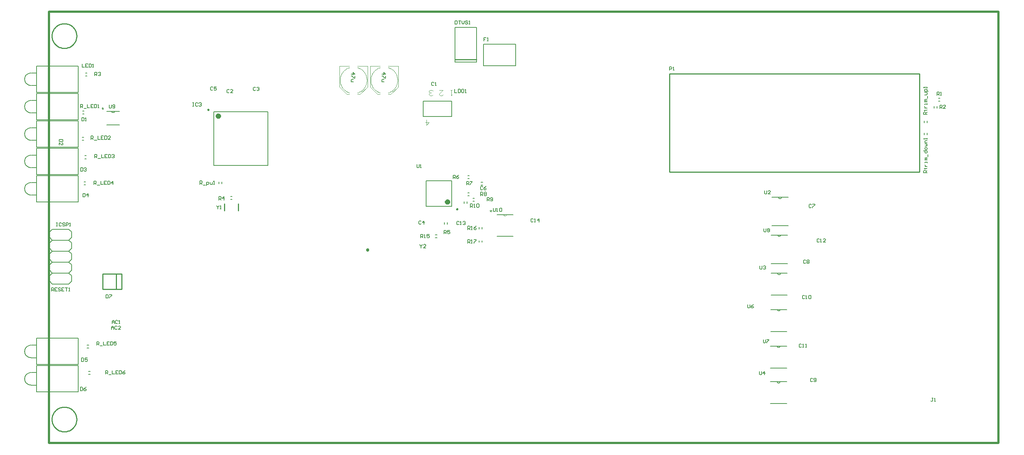
<source format=gto>
%FSTAX23Y23*%
%MOIN*%
%SFA1B1*%

%IPPOS*%
%ADD29C,0.020000*%
%ADD30C,0.012000*%
%ADD33C,0.010000*%
%ADD49C,0.000000*%
%ADD50C,0.006000*%
%ADD51C,0.009843*%
%ADD52C,0.023622*%
%ADD53C,0.005000*%
%ADD54C,0.004000*%
%ADD55C,0.007874*%
%ADD56C,0.009000*%
%ADD57C,0.008000*%
%ADD58C,0.005905*%
%ADD59C,0.003402*%
%LNeurocard_vme_3u_(3.937_x_8.660_inches)-1*%
%LPD*%
G36*
X04493Y09064D02*
Y09064D01*
Y09064*
Y09063*
X04493Y09063*
Y09063*
X04493Y09062*
X04493Y0906*
X04493Y09059*
X04493Y09057*
X04492Y09056*
X04492*
X04492Y09056*
X04493Y09056*
X04493Y09056*
X04493Y09056*
X04494Y09056*
X04495Y09057*
X04496Y09057*
X04497Y09058*
X04499Y09058*
X045Y09059*
X04502Y09054*
X04502*
X04502Y09054*
X04501Y09054*
X04501Y09054*
X04501Y09054*
X045Y09053*
X04499Y09053*
X04498Y09053*
X04497Y09053*
X04495Y09052*
X04493Y09052*
X04494Y09052*
X04494Y09052*
X04494Y09051*
X04495Y09051*
X04496Y0905*
X04497Y09049*
X04498Y09047*
X04499Y09047*
X04499Y09046*
X04495Y09043*
X04495Y09043*
X04495Y09043*
X04494Y09044*
X04494Y09045*
X04493Y09046*
X04492Y09047*
X04491Y09048*
X04491Y0905*
Y0905*
X0449Y0905*
X0449Y0905*
X0449Y09049*
X0449Y09049*
X0449Y09048*
X04489Y09047*
X04488Y09046*
X04488Y09045*
X04487Y09044*
X04486Y09043*
X04482Y09046*
X04482Y09046*
X04482Y09046*
X04483Y09046*
X04483Y09046*
X04483Y09047*
X04484Y09047*
X04484Y09048*
X04485Y09049*
X04486Y0905*
X04487Y09051*
X04487Y09052*
X04488Y09052*
X04488*
X04488Y09052*
X04487*
X04487Y09052*
X04487Y09052*
X04486Y09052*
X04485Y09053*
X04484Y09053*
X04482Y09053*
X04481Y09054*
X0448Y09054*
X04481Y09059*
X04481*
X04481Y09059*
X04482Y09059*
X04482Y09058*
X04482Y09058*
X04483Y09058*
X04484Y09058*
X04485Y09057*
X04487Y09057*
X04488Y09056*
X04488Y09056*
X04489Y09055*
Y09056*
Y09056*
X04489Y09056*
X04489Y09056*
Y09057*
X04489Y09058*
X04489Y09059*
X04488Y0906*
X04488Y09062*
X04488Y09063*
Y09063*
Y09064*
X04493*
Y09064*
G37*
G36*
X08033Y08129D02*
Y08129D01*
Y08129*
Y08128*
X08033Y08128*
Y08128*
X08033Y08127*
X08033Y08125*
X08033Y08124*
X08033Y08122*
X08032Y08121*
X08032*
X08032Y08121*
X08033Y08121*
X08033Y08121*
X08033Y08121*
X08034Y08121*
X08035Y08122*
X08036Y08122*
X08037Y08123*
X08039Y08123*
X0804Y08124*
X08042Y08119*
X08042*
X08042Y08119*
X08041Y08119*
X08041Y08119*
X08041Y08119*
X0804Y08118*
X08039Y08118*
X08038Y08118*
X08037Y08118*
X08035Y08117*
X08033Y08117*
X08034Y08117*
X08034Y08117*
X08034Y08116*
X08035Y08116*
X08036Y08115*
X08037Y08114*
X08038Y08112*
X08039Y08112*
X08039Y08111*
X08035Y08108*
X08035Y08108*
X08035Y08108*
X08034Y08109*
X08034Y0811*
X08033Y08111*
X08032Y08112*
X08031Y08113*
X08031Y08115*
Y08115*
X0803Y08115*
X0803Y08115*
X0803Y08114*
X0803Y08114*
X0803Y08113*
X08029Y08112*
X08028Y08111*
X08028Y0811*
X08027Y08109*
X08026Y08108*
X08022Y08111*
X08022Y08111*
X08022Y08111*
X08023Y08111*
X08023Y08111*
X08023Y08112*
X08024Y08112*
X08024Y08113*
X08025Y08114*
X08026Y08115*
X08027Y08116*
X08027Y08117*
X08028Y08117*
X08028*
X08028Y08117*
X08027*
X08027Y08117*
X08027Y08117*
X08026Y08117*
X08025Y08118*
X08024Y08118*
X08022Y08118*
X08021Y08119*
X0802Y08119*
X08021Y08124*
X08021*
X08021Y08124*
X08022Y08124*
X08022Y08123*
X08022Y08123*
X08023Y08123*
X08024Y08123*
X08025Y08122*
X08027Y08122*
X08028Y08121*
X08028Y08121*
X08029Y0812*
Y08121*
Y08121*
X08029Y08121*
X08029Y08121*
Y08122*
X08029Y08123*
X08029Y08124*
X08028Y08125*
X08028Y08127*
X08028Y08128*
Y08128*
Y08129*
X08033*
Y08129*
G37*
G54D29*
X04Y06D02*
Y09937D01*
X1266Y06D02*
Y09937D01*
X04D02*
X1266D01*
X04Y06D02*
X1266D01*
G54D30*
X06914Y07763D02*
D01*
X06914Y07763*
X06914Y07764*
X06914Y07764*
X06914Y07765*
X06914Y07765*
X06913Y07766*
X06913Y07766*
X06913Y07766*
X06913Y07767*
X06912Y07767*
X06912Y07768*
X06912Y07768*
X06911Y07768*
X06911Y07769*
X06911Y07769*
X0691Y07769*
X0691Y07769*
X06909Y07769*
X06909Y0777*
X06908Y0777*
X06908Y0777*
X06907Y0777*
X06907*
X06906Y0777*
X06906Y0777*
X06905Y0777*
X06905Y07769*
X06904Y07769*
X06904Y07769*
X06904Y07769*
X06903Y07769*
X06903Y07768*
X06902Y07768*
X06902Y07768*
X06902Y07767*
X06901Y07767*
X06901Y07766*
X06901Y07766*
X06901Y07766*
X069Y07765*
X069Y07765*
X069Y07764*
X069Y07764*
X069Y07763*
X069Y07763*
X069Y07762*
X069Y07762*
X069Y07761*
X069Y07761*
X069Y0776*
X06901Y0776*
X06901Y07759*
X06901Y07759*
X06901Y07759*
X06902Y07758*
X06902Y07758*
X06902Y07757*
X06903Y07757*
X06903Y07757*
X06904Y07757*
X06904Y07756*
X06904Y07756*
X06905Y07756*
X06905Y07756*
X06906Y07756*
X06906Y07756*
X06907Y07756*
X06907*
X06908Y07756*
X06908Y07756*
X06909Y07756*
X06909Y07756*
X0691Y07756*
X0691Y07756*
X06911Y07757*
X06911Y07757*
X06911Y07757*
X06912Y07757*
X06912Y07758*
X06912Y07758*
X06913Y07759*
X06913Y07759*
X06913Y07759*
X06913Y0776*
X06914Y0776*
X06914Y07761*
X06914Y07761*
X06914Y07762*
X06914Y07762*
X06914Y07763*
G54D33*
X04252Y09717D02*
D01*
X04252Y09724*
X04251Y09732*
X0425Y0974*
X04248Y09748*
X04245Y09755*
X04242Y09762*
X04239Y09769*
X04235Y09776*
X04231Y09783*
X04226Y09789*
X0422Y09795*
X04215Y098*
X04209Y09805*
X04202Y0981*
X04196Y09814*
X04189Y09818*
X04182Y09821*
X04174Y09823*
X04167Y09826*
X04159Y09827*
X04151Y09828*
X04143Y09829*
X04136*
X04128Y09828*
X0412Y09827*
X04112Y09826*
X04105Y09823*
X04097Y09821*
X0409Y09818*
X04083Y09814*
X04077Y0981*
X0407Y09805*
X04064Y098*
X04059Y09795*
X04053Y09789*
X04048Y09783*
X04044Y09776*
X0404Y09769*
X04037Y09762*
X04034Y09755*
X04031Y09748*
X04029Y0974*
X04028Y09732*
X04027Y09724*
X04027Y09717*
X04027Y09709*
X04028Y09701*
X04029Y09693*
X04031Y09685*
X04034Y09678*
X04037Y09671*
X0404Y09664*
X04044Y09657*
X04048Y0965*
X04053Y09644*
X04059Y09638*
X04064Y09633*
X0407Y09628*
X04077Y09623*
X04083Y09619*
X0409Y09615*
X04097Y09612*
X04105Y0961*
X04112Y09607*
X0412Y09606*
X04128Y09605*
X04136Y09604*
X04143*
X04151Y09605*
X04159Y09606*
X04167Y09607*
X04174Y0961*
X04182Y09612*
X04189Y09615*
X04196Y09619*
X04202Y09623*
X04209Y09628*
X04215Y09633*
X0422Y09638*
X04226Y09644*
X04231Y0965*
X04235Y09657*
X04239Y09664*
X04242Y09671*
X04245Y09678*
X04248Y09685*
X0425Y09693*
X04251Y09701*
X04252Y09709*
X04252Y09717*
Y06217D02*
D01*
X04252Y06224*
X04251Y06232*
X0425Y0624*
X04248Y06248*
X04245Y06255*
X04242Y06262*
X04239Y06269*
X04235Y06276*
X04231Y06283*
X04226Y06289*
X0422Y06295*
X04215Y063*
X04209Y06305*
X04202Y0631*
X04196Y06314*
X04189Y06318*
X04182Y06321*
X04174Y06323*
X04167Y06326*
X04159Y06327*
X04151Y06328*
X04143Y06329*
X04136*
X04128Y06328*
X0412Y06327*
X04112Y06326*
X04105Y06323*
X04097Y06321*
X0409Y06318*
X04083Y06314*
X04077Y0631*
X0407Y06305*
X04064Y063*
X04059Y06295*
X04053Y06289*
X04048Y06283*
X04044Y06276*
X0404Y06269*
X04037Y06262*
X04034Y06255*
X04031Y06248*
X04029Y0624*
X04028Y06232*
X04027Y06224*
X04027Y06217*
X04027Y06209*
X04028Y06201*
X04029Y06193*
X04031Y06185*
X04034Y06178*
X04037Y06171*
X0404Y06164*
X04044Y06157*
X04048Y0615*
X04053Y06144*
X04059Y06138*
X04064Y06133*
X0407Y06128*
X04077Y06123*
X04083Y06119*
X0409Y06115*
X04097Y06112*
X04105Y0611*
X04112Y06107*
X0412Y06106*
X04128Y06105*
X04136Y06104*
X04143*
X04151Y06105*
X04159Y06106*
X04167Y06107*
X04174Y0611*
X04182Y06112*
X04189Y06115*
X04196Y06119*
X04202Y06123*
X04209Y06128*
X04215Y06133*
X0422Y06138*
X04226Y06144*
X04231Y0615*
X04235Y06157*
X04239Y06164*
X04242Y06171*
X04245Y06178*
X04248Y06185*
X0425Y06193*
X04251Y06201*
X04252Y06209*
X04252Y06217*
X04663Y07404D02*
Y07544D01*
X0449D02*
X0466D01*
X0449Y07404D02*
Y07544D01*
X04493Y07403D02*
X04663D01*
X04612D02*
Y07544D01*
X0966Y08474D02*
Y09371D01*
X11939*
Y08474D02*
Y09371D01*
X0966Y08474D02*
X11939D01*
X07703Y09502D02*
X079D01*
G54D49*
X08148Y08085D02*
D01*
X08148Y08084*
X08148Y08083*
X08148Y08082*
X08148Y08081*
X08148Y0808*
X08149Y0808*
X08149Y08079*
X08149Y08078*
X0815Y08077*
X0815Y08077*
X08151Y08076*
X08151Y08076*
X08152Y08075*
X08153Y08075*
X08154Y08074*
X08154Y08074*
X08155Y08073*
X08156Y08073*
X08157Y08073*
X08157Y08073*
X08158Y08073*
X08159Y08073*
X0816*
X08161Y08073*
X08162Y08073*
X08162Y08073*
X08163Y08073*
X08164Y08073*
X08165Y08074*
X08166Y08074*
X08166Y08075*
X08167Y08075*
X08168Y08076*
X08168Y08076*
X08169Y08077*
X08169Y08077*
X0817Y08078*
X0817Y08079*
X0817Y0808*
X08171Y0808*
X08171Y08081*
X08171Y08082*
X08171Y08083*
X08171Y08084*
X08172Y08085*
G54D50*
X04573Y09029D02*
D01*
X04573Y09028*
X04573Y09027*
X04573Y09026*
X04573Y09025*
X04573Y09024*
X04574Y09024*
X04574Y09023*
X04574Y09022*
X04575Y09021*
X04575Y09021*
X04576Y0902*
X04576Y0902*
X04577Y09019*
X04578Y09019*
X04579Y09018*
X04579Y09018*
X0458Y09017*
X04581Y09017*
X04582Y09017*
X04582Y09017*
X04583Y09017*
X04584Y09017*
X04585*
X04586Y09017*
X04587Y09017*
X04587Y09017*
X04588Y09017*
X04589Y09017*
X0459Y09018*
X04591Y09018*
X04591Y09019*
X04592Y09019*
X04593Y0902*
X04593Y0902*
X04594Y09021*
X04594Y09021*
X04595Y09022*
X04595Y09023*
X04595Y09024*
X04596Y09024*
X04596Y09025*
X04596Y09026*
X04596Y09027*
X04596Y09028*
X04597Y09029*
X10649Y07899D02*
D01*
X10649Y07898*
X10649Y07897*
X10649Y07896*
X10649Y07895*
X10649Y07894*
X1065Y07894*
X1065Y07893*
X1065Y07892*
X10651Y07891*
X10651Y07891*
X10652Y0789*
X10652Y0789*
X10653Y07889*
X10654Y07889*
X10655Y07888*
X10655Y07888*
X10656Y07887*
X10657Y07887*
X10658Y07887*
X10658Y07887*
X10659Y07887*
X1066Y07887*
X10661*
X10662Y07887*
X10663Y07887*
X10663Y07887*
X10664Y07887*
X10665Y07887*
X10666Y07888*
X10667Y07888*
X10667Y07889*
X10668Y07889*
X10669Y0789*
X10669Y0789*
X1067Y07891*
X1067Y07891*
X10671Y07892*
X10671Y07893*
X10671Y07894*
X10672Y07894*
X10672Y07895*
X10672Y07896*
X10672Y07897*
X10672Y07898*
X10673Y07899*
X10656Y08244D02*
D01*
X10656Y08243*
X10656Y08242*
X10656Y08241*
X10656Y0824*
X10656Y08239*
X10657Y08239*
X10657Y08238*
X10657Y08237*
X10658Y08236*
X10658Y08236*
X10659Y08235*
X10659Y08235*
X1066Y08234*
X10661Y08234*
X10662Y08233*
X10662Y08233*
X10663Y08232*
X10664Y08232*
X10665Y08232*
X10665Y08232*
X10666Y08232*
X10667Y08232*
X10668*
X10669Y08232*
X1067Y08232*
X1067Y08232*
X10671Y08232*
X10672Y08232*
X10673Y08233*
X10674Y08233*
X10674Y08234*
X10675Y08234*
X10676Y08235*
X10676Y08235*
X10677Y08236*
X10677Y08236*
X10678Y08237*
X10678Y08238*
X10678Y08239*
X10679Y08239*
X10679Y0824*
X10679Y08241*
X10679Y08242*
X10679Y08243*
X1068Y08244*
X10648Y0755D02*
D01*
X10648Y07549*
X10648Y07548*
X10648Y07547*
X10648Y07546*
X10648Y07545*
X10649Y07545*
X10649Y07544*
X10649Y07543*
X1065Y07542*
X1065Y07542*
X10651Y07541*
X10651Y07541*
X10652Y0754*
X10653Y0754*
X10654Y07539*
X10654Y07539*
X10655Y07538*
X10656Y07538*
X10657Y07538*
X10657Y07538*
X10658Y07538*
X10659Y07538*
X1066*
X10661Y07538*
X10662Y07538*
X10662Y07538*
X10663Y07538*
X10664Y07538*
X10665Y07539*
X10666Y07539*
X10666Y0754*
X10667Y0754*
X10668Y07541*
X10668Y07541*
X10669Y07542*
X10669Y07542*
X1067Y07543*
X1067Y07544*
X1067Y07545*
X10671Y07545*
X10671Y07546*
X10671Y07547*
X10671Y07548*
X10671Y07549*
X10672Y0755*
X10645Y07219D02*
D01*
X10645Y07218*
X10645Y07217*
X10645Y07216*
X10645Y07215*
X10645Y07214*
X10646Y07214*
X10646Y07213*
X10646Y07212*
X10647Y07211*
X10647Y07211*
X10648Y0721*
X10648Y0721*
X10649Y07209*
X1065Y07209*
X10651Y07208*
X10651Y07208*
X10652Y07207*
X10653Y07207*
X10654Y07207*
X10654Y07207*
X10655Y07207*
X10656Y07207*
X10657*
X10658Y07207*
X10659Y07207*
X10659Y07207*
X1066Y07207*
X10661Y07207*
X10662Y07208*
X10663Y07208*
X10663Y07209*
X10664Y07209*
X10665Y0721*
X10665Y0721*
X10666Y07211*
X10666Y07211*
X10667Y07212*
X10667Y07213*
X10667Y07214*
X10668Y07214*
X10668Y07215*
X10668Y07216*
X10668Y07217*
X10668Y07218*
X10669Y07219*
X10643Y0656D02*
D01*
X10643Y06559*
X10643Y06558*
X10643Y06557*
X10643Y06556*
X10643Y06555*
X10644Y06555*
X10644Y06554*
X10644Y06553*
X10645Y06552*
X10645Y06552*
X10646Y06551*
X10646Y06551*
X10647Y0655*
X10648Y0655*
X10649Y06549*
X10649Y06549*
X1065Y06548*
X10651Y06548*
X10652Y06548*
X10652Y06548*
X10653Y06548*
X10654Y06548*
X10655*
X10656Y06548*
X10657Y06548*
X10657Y06548*
X10658Y06548*
X10659Y06548*
X1066Y06549*
X10661Y06549*
X10661Y0655*
X10662Y0655*
X10663Y06551*
X10663Y06551*
X10664Y06552*
X10664Y06552*
X10665Y06553*
X10665Y06554*
X10665Y06555*
X10666Y06555*
X10666Y06556*
X10666Y06557*
X10666Y06558*
X10666Y06559*
X10667Y0656*
X10643Y06886D02*
D01*
X10643Y06885*
X10643Y06884*
X10643Y06883*
X10643Y06882*
X10643Y06881*
X10644Y06881*
X10644Y0688*
X10644Y06879*
X10645Y06878*
X10645Y06878*
X10646Y06877*
X10646Y06877*
X10647Y06876*
X10648Y06876*
X10649Y06875*
X10649Y06875*
X1065Y06874*
X10651Y06874*
X10652Y06874*
X10652Y06874*
X10653Y06874*
X10654Y06874*
X10655*
X10656Y06874*
X10657Y06874*
X10657Y06874*
X10658Y06874*
X10659Y06874*
X1066Y06875*
X10661Y06875*
X10661Y06876*
X10662Y06876*
X10663Y06877*
X10663Y06877*
X10664Y06878*
X10664Y06878*
X10665Y06879*
X10665Y0688*
X10665Y06881*
X10666Y06881*
X10666Y06882*
X10666Y06883*
X10666Y06884*
X10666Y06885*
X10667Y06886*
X08086Y07889D02*
X08234D01*
X08172Y08085D02*
X08234D01*
X08148D02*
X08172D01*
X08086D02*
X08148D01*
X04528Y09029D02*
X04573D01*
X04597*
X04642*
X04528Y08905D02*
X04642D01*
X10585Y07639D02*
X10737D01*
X10673Y07899D02*
X10737D01*
X10649D02*
X10673D01*
X10585D02*
X10649D01*
X0403Y07952D02*
X0418D01*
X04205Y07877D02*
Y07927D01*
X04005D02*
X0403Y07952D01*
X04005Y07877D02*
Y07927D01*
Y07877D02*
X0403Y07852D01*
X0418Y07952D02*
X04205Y07927D01*
X0418Y07852D02*
X04205Y07877D01*
X0403Y07852D02*
X0418D01*
X0403Y07752D02*
X0418D01*
X04205Y07777*
X0418Y07852D02*
X04205Y07827D01*
X04005Y07777D02*
X0403Y07752D01*
X04005Y07777D02*
Y07827D01*
X0403Y07852*
X04205Y07777D02*
Y07827D01*
X0403Y07852D02*
X0418D01*
X0403Y07752D02*
X0418D01*
X04205Y07677D02*
Y07727D01*
X04005D02*
X0403Y07752D01*
X04005Y07677D02*
Y07727D01*
Y07677D02*
X0403Y07652D01*
X0418Y07752D02*
X04205Y07727D01*
X0418Y07652D02*
X04205Y07677D01*
Y07477D02*
Y07527D01*
Y07577D02*
Y07627D01*
X0403Y07652D02*
X0418D01*
X0403Y07552D02*
X0418D01*
X04005Y07627D02*
X0403Y07652D01*
X04005Y07577D02*
Y07627D01*
Y07577D02*
X0403Y07552D01*
X04005Y07527D02*
X0403Y07552D01*
X04005Y07477D02*
Y07527D01*
Y07477D02*
X0403Y07452D01*
X0418*
Y07652D02*
X04205Y07627D01*
X0418Y07552D02*
X04205Y07577D01*
X0418Y07552D02*
X04205Y07527D01*
X0418Y07452D02*
X04205Y07477D01*
X10592Y07984D02*
X10744D01*
X1068Y08244D02*
X10744D01*
X10656D02*
X1068D01*
X10592D02*
X10656D01*
X10586Y0735D02*
X10734D01*
X10672Y0755D02*
X10734D01*
X10648D02*
X10672D01*
X10586D02*
X10648D01*
X10583Y07019D02*
X10731D01*
X10669Y07219D02*
X10731D01*
X10645D02*
X10669D01*
X10583D02*
X10645D01*
X10581Y0636D02*
X10729D01*
X10667Y0656D02*
X10729D01*
X10643D02*
X10667D01*
X10581D02*
X10643D01*
X10581Y06686D02*
X10729D01*
X10667Y06886D02*
X10729D01*
X10643D02*
X10667D01*
X10581D02*
X10643D01*
G54D51*
X07727Y08136D02*
D01*
X07727Y08136*
X07727Y08136*
X07727Y08137*
X07727Y08137*
X07726Y08137*
X07726Y08138*
X07726Y08138*
X07726Y08138*
X07726Y08139*
X07726Y08139*
X07725Y08139*
X07725Y08139*
X07725Y0814*
X07725Y0814*
X07724Y0814*
X07724Y0814*
X07724Y0814*
X07723Y0814*
X07723Y08141*
X07723Y08141*
X07722Y08141*
X07722Y08141*
X07722*
X07721Y08141*
X07721Y08141*
X07721Y08141*
X0772Y0814*
X0772Y0814*
X0772Y0814*
X07719Y0814*
X07719Y0814*
X07719Y0814*
X07719Y08139*
X07718Y08139*
X07718Y08139*
X07718Y08139*
X07718Y08138*
X07718Y08138*
X07717Y08138*
X07717Y08137*
X07717Y08137*
X07717Y08137*
X07717Y08136*
X07717Y08136*
X07717Y08136*
X07717Y08135*
X07717Y08135*
X07717Y08135*
X07717Y08134*
X07717Y08134*
X07717Y08134*
X07718Y08133*
X07718Y08133*
X07718Y08133*
X07718Y08133*
X07718Y08132*
X07719Y08132*
X07719Y08132*
X07719Y08132*
X07719Y08132*
X0772Y08131*
X0772Y08131*
X0772Y08131*
X07721Y08131*
X07721Y08131*
X07721Y08131*
X07722Y08131*
X07722*
X07722Y08131*
X07723Y08131*
X07723Y08131*
X07723Y08131*
X07724Y08131*
X07724Y08131*
X07724Y08132*
X07725Y08132*
X07725Y08132*
X07725Y08132*
X07725Y08132*
X07726Y08133*
X07726Y08133*
X07726Y08133*
X07726Y08133*
X07726Y08134*
X07726Y08134*
X07727Y08134*
X07727Y08135*
X07727Y08135*
X07727Y08135*
X07727Y08136*
X05457Y09043D02*
D01*
X05457Y09044*
X05457Y09044*
X05457Y09044*
X05457Y09045*
X05457Y09045*
X05457Y09045*
X05457Y09046*
X05456Y09046*
X05456Y09046*
X05456Y09046*
X05456Y09047*
X05456Y09047*
X05455Y09047*
X05455Y09047*
X05455Y09048*
X05454Y09048*
X05454Y09048*
X05454Y09048*
X05453Y09048*
X05453Y09048*
X05453Y09048*
X05452Y09048*
X05452*
X05452Y09048*
X05451Y09048*
X05451Y09048*
X05451Y09048*
X0545Y09048*
X0545Y09048*
X0545Y09048*
X0545Y09047*
X05449Y09047*
X05449Y09047*
X05449Y09047*
X05448Y09046*
X05448Y09046*
X05448Y09046*
X05448Y09046*
X05448Y09045*
X05448Y09045*
X05448Y09045*
X05447Y09044*
X05447Y09044*
X05447Y09044*
X05447Y09043*
X05447Y09043*
X05447Y09043*
X05447Y09042*
X05448Y09042*
X05448Y09042*
X05448Y09041*
X05448Y09041*
X05448Y09041*
X05448Y0904*
X05448Y0904*
X05449Y0904*
X05449Y0904*
X05449Y09039*
X0545Y09039*
X0545Y09039*
X0545Y09039*
X0545Y09039*
X05451Y09039*
X05451Y09039*
X05451Y09038*
X05452Y09038*
X05452Y09038*
X05452*
X05453Y09038*
X05453Y09038*
X05453Y09039*
X05454Y09039*
X05454Y09039*
X05454Y09039*
X05455Y09039*
X05455Y09039*
X05455Y09039*
X05456Y0904*
X05456Y0904*
X05456Y0904*
X05456Y0904*
X05456Y09041*
X05457Y09041*
X05457Y09041*
X05457Y09042*
X05457Y09042*
X05457Y09042*
X05457Y09043*
X05457Y09043*
X05457Y09043*
G54D52*
X07645Y08202D02*
D01*
X07645Y08203*
X07645Y08203*
X07645Y08204*
X07645Y08205*
X07644Y08206*
X07644Y08207*
X07644Y08207*
X07643Y08208*
X07643Y08209*
X07642Y08209*
X07642Y0821*
X07641Y08211*
X07641Y08211*
X0764Y08212*
X07639Y08212*
X07638Y08212*
X07638Y08213*
X07637Y08213*
X07636Y08213*
X07635Y08213*
X07635Y08213*
X07634Y08214*
X07633*
X07632Y08213*
X07631Y08213*
X0763Y08213*
X0763Y08213*
X07629Y08213*
X07628Y08212*
X07627Y08212*
X07627Y08212*
X07626Y08211*
X07625Y08211*
X07625Y0821*
X07624Y08209*
X07624Y08209*
X07623Y08208*
X07623Y08207*
X07622Y08207*
X07622Y08206*
X07622Y08205*
X07622Y08204*
X07622Y08203*
X07621Y08203*
X07621Y08202*
X07621Y08201*
X07622Y082*
X07622Y08199*
X07622Y08198*
X07622Y08198*
X07622Y08197*
X07623Y08196*
X07623Y08195*
X07624Y08195*
X07624Y08194*
X07625Y08194*
X07625Y08193*
X07626Y08192*
X07627Y08192*
X07627Y08191*
X07628Y08191*
X07629Y08191*
X0763Y0819*
X0763Y0819*
X07631Y0819*
X07632Y0819*
X07633Y0819*
X07634*
X07635Y0819*
X07635Y0819*
X07636Y0819*
X07637Y0819*
X07638Y08191*
X07638Y08191*
X07639Y08191*
X0764Y08192*
X07641Y08192*
X07641Y08193*
X07642Y08194*
X07642Y08194*
X07643Y08195*
X07643Y08195*
X07644Y08196*
X07644Y08197*
X07644Y08198*
X07645Y08198*
X07645Y08199*
X07645Y082*
X07645Y08201*
X07645Y08202*
X05555Y08986D02*
D01*
X05555Y08987*
X05555Y08988*
X05554Y08989*
X05554Y08989*
X05554Y0899*
X05554Y08991*
X05553Y08992*
X05553Y08992*
X05552Y08993*
X05552Y08994*
X05551Y08994*
X05551Y08995*
X0555Y08996*
X05549Y08996*
X05549Y08996*
X05548Y08997*
X05547Y08997*
X05546Y08997*
X05546Y08998*
X05545Y08998*
X05544Y08998*
X05543Y08998*
X05542*
X05542Y08998*
X05541Y08998*
X0554Y08998*
X05539Y08997*
X05538Y08997*
X05538Y08997*
X05537Y08996*
X05536Y08996*
X05536Y08996*
X05535Y08995*
X05534Y08994*
X05534Y08994*
X05533Y08993*
X05533Y08992*
X05532Y08992*
X05532Y08991*
X05532Y0899*
X05531Y08989*
X05531Y08989*
X05531Y08988*
X05531Y08987*
X05531Y08986*
X05531Y08985*
X05531Y08985*
X05531Y08984*
X05531Y08983*
X05532Y08982*
X05532Y08981*
X05532Y08981*
X05533Y0898*
X05533Y08979*
X05534Y08979*
X05534Y08978*
X05535Y08977*
X05536Y08977*
X05536Y08976*
X05537Y08976*
X05538Y08976*
X05538Y08975*
X05539Y08975*
X0554Y08975*
X05541Y08975*
X05542Y08974*
X05542Y08974*
X05543*
X05544Y08974*
X05545Y08975*
X05546Y08975*
X05546Y08975*
X05547Y08975*
X05548Y08976*
X05549Y08976*
X05549Y08976*
X0555Y08977*
X05551Y08977*
X05551Y08978*
X05552Y08979*
X05552Y08979*
X05553Y0898*
X05553Y08981*
X05554Y08981*
X05554Y08982*
X05554Y08983*
X05554Y08984*
X05555Y08985*
X05555Y08985*
X05555Y08986*
G54D53*
X03836Y08629D02*
D01*
X03832Y08628*
X03828Y08628*
X03824Y08627*
X0382Y08626*
X03816Y08625*
X03812Y08624*
X03809Y08622*
X03805Y0862*
X03802Y08618*
X03799Y08615*
X03796Y08613*
X03793Y0861*
X03791Y08607*
X03788Y08603*
X03786Y086*
X03784Y08597*
X03783Y08593*
X03781Y08589*
X0378Y08585*
X03779Y08581*
X03779Y08577*
X03778Y08573*
Y0857*
X03779Y08566*
X03779Y08562*
X0378Y08558*
X03781Y08554*
X03783Y0855*
X03784Y08546*
X03786Y08543*
X03788Y0854*
X03791Y08536*
X03793Y08533*
X03796Y0853*
X03799Y08528*
X03802Y08525*
X03805Y08523*
X03809Y08521*
X03812Y08519*
X03816Y08518*
X0382Y08517*
X03824Y08516*
X03828Y08515*
X03832Y08515*
X03836Y08514*
Y09379D02*
D01*
X03832Y09378*
X03828Y09378*
X03824Y09377*
X0382Y09376*
X03816Y09375*
X03812Y09374*
X03809Y09372*
X03805Y0937*
X03802Y09368*
X03799Y09365*
X03796Y09363*
X03793Y0936*
X03791Y09357*
X03788Y09353*
X03786Y0935*
X03784Y09347*
X03783Y09343*
X03781Y09339*
X0378Y09335*
X03779Y09331*
X03779Y09327*
X03778Y09323*
Y0932*
X03779Y09316*
X03779Y09312*
X0378Y09308*
X03781Y09304*
X03783Y093*
X03784Y09296*
X03786Y09293*
X03788Y0929*
X03791Y09286*
X03793Y09283*
X03796Y0928*
X03799Y09278*
X03802Y09275*
X03805Y09273*
X03809Y09271*
X03812Y09269*
X03816Y09268*
X0382Y09267*
X03824Y09266*
X03828Y09265*
X03832Y09265*
X03836Y09264*
Y06894D02*
D01*
X03832Y06893*
X03828Y06893*
X03824Y06892*
X0382Y06891*
X03816Y0689*
X03812Y06889*
X03809Y06887*
X03805Y06885*
X03802Y06883*
X03799Y0688*
X03796Y06878*
X03793Y06875*
X03791Y06872*
X03788Y06868*
X03786Y06865*
X03784Y06862*
X03783Y06858*
X03781Y06854*
X0378Y0685*
X03779Y06846*
X03779Y06842*
X03778Y06838*
Y06835*
X03779Y06831*
X03779Y06827*
X0378Y06823*
X03781Y06819*
X03783Y06815*
X03784Y06811*
X03786Y06808*
X03788Y06805*
X03791Y06801*
X03793Y06798*
X03796Y06795*
X03799Y06793*
X03802Y0679*
X03805Y06788*
X03809Y06786*
X03812Y06784*
X03816Y06783*
X0382Y06782*
X03824Y06781*
X03828Y0678*
X03832Y0678*
X03836Y06779*
Y06644D02*
D01*
X03832Y06643*
X03828Y06643*
X03824Y06642*
X0382Y06641*
X03816Y0664*
X03812Y06639*
X03809Y06637*
X03805Y06635*
X03802Y06633*
X03799Y0663*
X03796Y06628*
X03793Y06625*
X03791Y06622*
X03788Y06618*
X03786Y06615*
X03784Y06612*
X03783Y06608*
X03781Y06604*
X0378Y066*
X03779Y06596*
X03779Y06592*
X03778Y06588*
Y06585*
X03779Y06581*
X03779Y06577*
X0378Y06573*
X03781Y06569*
X03783Y06565*
X03784Y06561*
X03786Y06558*
X03788Y06555*
X03791Y06551*
X03793Y06548*
X03796Y06545*
X03799Y06543*
X03802Y0654*
X03805Y06538*
X03809Y06536*
X03812Y06534*
X03816Y06533*
X0382Y06532*
X03824Y06531*
X03828Y0653*
X03832Y0653*
X03836Y06529*
Y08379D02*
D01*
X03832Y08378*
X03828Y08378*
X03824Y08377*
X0382Y08376*
X03816Y08375*
X03812Y08374*
X03809Y08372*
X03805Y0837*
X03802Y08368*
X03799Y08365*
X03796Y08363*
X03793Y0836*
X03791Y08357*
X03788Y08353*
X03786Y0835*
X03784Y08347*
X03783Y08343*
X03781Y08339*
X0378Y08335*
X03779Y08331*
X03779Y08327*
X03778Y08323*
Y0832*
X03779Y08316*
X03779Y08312*
X0378Y08308*
X03781Y08304*
X03783Y083*
X03784Y08296*
X03786Y08293*
X03788Y0829*
X03791Y08286*
X03793Y08283*
X03796Y0828*
X03799Y08278*
X03802Y08275*
X03805Y08273*
X03809Y08271*
X03812Y08269*
X03816Y08268*
X0382Y08267*
X03824Y08266*
X03828Y08265*
X03832Y08265*
X03836Y08264*
Y09129D02*
D01*
X03832Y09128*
X03828Y09128*
X03824Y09127*
X0382Y09126*
X03816Y09125*
X03812Y09124*
X03809Y09122*
X03805Y0912*
X03802Y09118*
X03799Y09115*
X03796Y09113*
X03793Y0911*
X03791Y09107*
X03788Y09103*
X03786Y091*
X03784Y09097*
X03783Y09093*
X03781Y09089*
X0378Y09085*
X03779Y09081*
X03779Y09077*
X03778Y09073*
Y0907*
X03779Y09066*
X03779Y09062*
X0378Y09058*
X03781Y09054*
X03783Y0905*
X03784Y09046*
X03786Y09043*
X03788Y0904*
X03791Y09036*
X03793Y09033*
X03796Y0903*
X03799Y09028*
X03802Y09025*
X03805Y09023*
X03809Y09021*
X03812Y09019*
X03816Y09018*
X0382Y09017*
X03824Y09016*
X03828Y09015*
X03832Y09015*
X03836Y09014*
Y08879D02*
D01*
X03832Y08878*
X03828Y08878*
X03824Y08877*
X0382Y08876*
X03816Y08875*
X03812Y08874*
X03809Y08872*
X03805Y0887*
X03802Y08868*
X03799Y08865*
X03796Y08863*
X03793Y0886*
X03791Y08857*
X03788Y08853*
X03786Y0885*
X03784Y08847*
X03783Y08843*
X03781Y08839*
X0378Y08835*
X03779Y08831*
X03779Y08827*
X03778Y08823*
Y0882*
X03779Y08816*
X03779Y08812*
X0378Y08808*
X03781Y08804*
X03783Y088*
X03784Y08796*
X03786Y08793*
X03788Y0879*
X03791Y08786*
X03793Y08783*
X03796Y0878*
X03799Y08778*
X03802Y08775*
X03805Y08773*
X03809Y08771*
X03812Y08769*
X03816Y08768*
X0382Y08767*
X03824Y08766*
X03828Y08765*
X03832Y08765*
X03836Y08764*
X04266Y08452D02*
Y08692D01*
X03886Y08452D02*
X04266D01*
X03886D02*
Y08692D01*
X04266*
X03839Y08514D02*
X03882D01*
X03839Y08629D02*
X03882D01*
X04266Y09202D02*
Y09442D01*
X03886Y09202D02*
X04266D01*
X03886D02*
Y09442D01*
X04266*
X03839Y09264D02*
X03882D01*
X03839Y09379D02*
X03882D01*
X04266Y06717D02*
Y06957D01*
X03886Y06717D02*
X04266D01*
X03886D02*
Y06957D01*
X04266*
X03839Y06779D02*
X03882D01*
X03839Y06894D02*
X03882D01*
X04266Y06467D02*
Y06707D01*
X03886Y06467D02*
X04266D01*
X03886D02*
Y06707D01*
X04266*
X03839Y06529D02*
X03882D01*
X03839Y06644D02*
X03882D01*
X03839Y08379D02*
X03882D01*
X03839Y08264D02*
X03882D01*
X03886Y08442D02*
X04266D01*
X03886Y08202D02*
Y08442D01*
Y08202D02*
X04266D01*
Y08442*
X03839Y09129D02*
X03882D01*
X03839Y09014D02*
X03882D01*
X03886Y09192D02*
X04266D01*
X03886Y08952D02*
Y09192D01*
Y08952D02*
X04266D01*
Y09192*
Y08702D02*
Y08942D01*
X03886Y08702D02*
X04266D01*
X03886D02*
Y08942D01*
X04266*
X03839Y08764D02*
X03882D01*
X03839Y08879D02*
X03882D01*
G54D54*
X06814Y09197D02*
D01*
X06822Y09199*
X0683Y09203*
X06838Y09207*
X06845Y09211*
X06852Y09216*
X06858Y09222*
X06865Y09228*
X0687Y09234*
X06876Y09241*
X0688Y09248*
X06885Y09255*
X06888Y09263*
X06892Y09271*
X06894Y09279*
X06896Y09287*
X06898Y09295*
X06899Y09304*
X06899Y09312*
X06899Y09321*
X06898Y09329*
X06896Y09338*
X06894Y09346*
X06892Y09354*
X06889Y09362*
X06885Y0937*
X06881Y09377*
X06876Y09384*
X06871Y09391*
X06865Y09397*
X06859Y09403*
X06852Y09409*
X06846Y09414*
X06838Y09418*
X06831Y09422*
X06823Y09426*
X06815Y09429*
X06814Y09429*
X0674D02*
D01*
X06732Y09426*
X06724Y09423*
X06716Y09419*
X06709Y09414*
X06702Y09409*
X06696Y09404*
X06689Y09398*
X06684Y09391*
X06679Y09385*
X06674Y09378*
X06669Y0937*
X06666Y09363*
X06662Y09355*
X0666Y09347*
X06658Y09338*
X06656Y0933*
X06655Y09322*
X06655Y09313*
X06655Y09305*
X06656Y09296*
X06658Y09288*
X0666Y09279*
X06662Y09271*
X06665Y09263*
X06669Y09256*
X06673Y09248*
X06678Y09241*
X06683Y09235*
X06689Y09228*
X06695Y09222*
X06702Y09217*
X06709Y09212*
X06716Y09207*
X06723Y09203*
X06731Y092*
X06739Y09197*
X0674Y09197*
X07094D02*
D01*
X07102Y09199*
X0711Y09203*
X07118Y09207*
X07125Y09211*
X07132Y09216*
X07138Y09222*
X07145Y09228*
X0715Y09234*
X07156Y09241*
X0716Y09248*
X07165Y09255*
X07168Y09263*
X07172Y09271*
X07174Y09279*
X07176Y09287*
X07178Y09295*
X07179Y09304*
X07179Y09312*
X07179Y09321*
X07178Y09329*
X07176Y09338*
X07174Y09346*
X07172Y09354*
X07169Y09362*
X07165Y0937*
X07161Y09377*
X07156Y09384*
X07151Y09391*
X07145Y09397*
X07139Y09403*
X07132Y09409*
X07126Y09414*
X07118Y09418*
X07111Y09422*
X07103Y09426*
X07095Y09429*
X07094Y09429*
X0702D02*
D01*
X07012Y09426*
X07004Y09423*
X06996Y09419*
X06989Y09414*
X06982Y09409*
X06976Y09404*
X06969Y09398*
X06964Y09391*
X06959Y09385*
X06954Y09378*
X06949Y0937*
X06946Y09363*
X06942Y09355*
X0694Y09347*
X06938Y09338*
X06936Y0933*
X06935Y09322*
X06935Y09313*
X06935Y09305*
X06936Y09296*
X06938Y09288*
X0694Y09279*
X06942Y09271*
X06945Y09263*
X06949Y09256*
X06953Y09248*
X06958Y09241*
X06963Y09235*
X06969Y09228*
X06975Y09222*
X06982Y09217*
X06989Y09212*
X06996Y09207*
X07003Y09203*
X07011Y092*
X07019Y09197*
X0702Y09197*
X06814Y09441D02*
X06905D01*
Y09252D02*
Y09441D01*
X06838Y09185D02*
X06905Y09252D01*
X06814Y09185D02*
X06838D01*
X06716D02*
X0674D01*
X06649Y09252D02*
X06716Y09185D01*
X06649Y09252D02*
Y09441D01*
X0674*
X07094D02*
X07185D01*
Y09252D02*
Y09441D01*
X07118Y09185D02*
X07185Y09252D01*
X07094Y09185D02*
X07118D01*
X06996D02*
X0702D01*
X06929Y09252D02*
X06996Y09185D01*
X06929Y09252D02*
Y09441D01*
X0702*
G54D55*
X07923Y07833D02*
Y07848D01*
X0795Y07833D02*
Y07848D01*
X07924Y07955D02*
Y0797D01*
X07951Y07955D02*
Y0797D01*
X07524Y07873D02*
X07539D01*
X07524Y079D02*
X07539D01*
X07673Y08162D02*
Y08395D01*
X0744Y08162D02*
Y08395D01*
Y08162D02*
X07673D01*
X0744Y08395D02*
X07673D01*
X04361Y06656D02*
X04376D01*
X04361Y06629D02*
X04376D01*
X04348Y06895D02*
X04363D01*
X04348Y06868D02*
X04363D01*
X04306Y09003D02*
X04321D01*
X04306Y0903D02*
X04321D01*
X04302Y08763D02*
X04317D01*
X04302Y0879D02*
X04317D01*
X04326Y08596D02*
X04341D01*
X04326Y08623D02*
X04341D01*
X04319Y08359D02*
X04334D01*
X04319Y08386D02*
X04334D01*
X0555Y08369D02*
Y08384D01*
X05577Y08369D02*
Y08384D01*
X12009Y08815D02*
Y0883D01*
X11982Y08815D02*
Y0883D01*
X12009Y08926D02*
Y08941D01*
X11982Y08926D02*
Y08941D01*
X04333Y09377D02*
X04348D01*
X04333Y0935D02*
X04348D01*
X12113Y09149D02*
X12128D01*
X12113Y09122D02*
X12128D01*
X12099Y09058D02*
Y09073D01*
X12072Y09058D02*
Y09073D01*
X05656Y0825D02*
X05671D01*
X05656Y08223D02*
X05671D01*
X07703Y09479D02*
X07802D01*
X07703D02*
Y09794D01*
X079*
Y09479D02*
Y09794D01*
X07802Y09479D02*
X079D01*
X08257Y09444D02*
Y09543D01*
X07964Y09444D02*
X08257D01*
X07964D02*
Y09641D01*
X08257*
Y09543D02*
Y09641D01*
X07607Y07998D02*
Y08013D01*
X07634Y07998D02*
Y08013D01*
X07786Y08189D02*
Y08204D01*
X07813Y08189D02*
Y08204D01*
X07819Y08257D02*
X07834D01*
X07819Y08284D02*
X07834D01*
X07865Y08235D02*
X0788D01*
X07865Y08208D02*
X0788D01*
X0794Y08354D02*
X07955D01*
X0794Y08381D02*
X07955D01*
X07819Y08413D02*
X07834D01*
X07819Y0844D02*
X07834D01*
X05503Y08533D02*
Y09026D01*
X05996Y08533D02*
Y09026D01*
X05503D02*
X05996D01*
X05503Y08533D02*
X05996D01*
G54D56*
X05599Y08121D02*
Y08185D01*
X05725Y08121D02*
Y08185D01*
G54D57*
X07414Y08982D02*
X07672D01*
Y09122*
X07414D02*
X07672D01*
X07414Y08982D02*
Y09122D01*
G54D58*
X08052Y08145D02*
Y08119D01*
X08057Y08114*
X08067*
X08072Y08119*
Y08145*
X08083Y08114D02*
X08093D01*
X08088*
Y08145*
X08083Y0814*
X08109D02*
X08114Y08145D01*
X08125*
X0813Y0814*
Y08119*
X08125Y08114*
X08114*
X08109Y08119*
Y0814*
X0782Y07826D02*
Y07857D01*
X07835*
X0784Y07852*
Y07841*
X07835Y07836*
X0782*
X0783D02*
X0784Y07826D01*
X07851D02*
X07861D01*
X07856*
Y07857*
X07851Y07852*
X07877Y07857D02*
X07898D01*
Y07852*
X07877Y07831*
Y07826*
X0782Y07949D02*
Y0798D01*
X07835*
X0784Y07975*
Y07964*
X07835Y07959*
X0782*
X0783D02*
X0784Y07949D01*
X07851D02*
X07861D01*
X07856*
Y0798*
X07851Y07975*
X07898Y0798D02*
X07888Y07975D01*
X07877Y07964*
Y07954*
X07882Y07949*
X07893*
X07898Y07954*
Y07959*
X07893Y07964*
X07877*
X08416Y08044D02*
X08411Y08049D01*
X08401*
X08396Y08044*
Y08023*
X08401Y08018*
X08411*
X08416Y08023*
X08427Y08018D02*
X08437D01*
X08432*
Y08049*
X08427Y08044*
X08469Y08018D02*
Y08049D01*
X08453Y08033*
X08474*
X07384Y07813D02*
Y07808D01*
X07394Y07797*
X07404Y07808*
Y07813*
X07394Y07797D02*
Y07782D01*
X07436D02*
X07415D01*
X07436Y07802*
Y07808*
X07431Y07813*
X0742*
X07415Y07808*
X07391Y07874D02*
Y07905D01*
X07406*
X07411Y079*
Y07889*
X07406Y07884*
X07391*
X07401D02*
X07411Y07874D01*
X07422D02*
X07432D01*
X07427*
Y07905*
X07422Y079*
X07469Y07905D02*
X07448D01*
Y07889*
X07459Y07894*
X07464*
X07469Y07889*
Y07879*
X07464Y07874*
X07453*
X07448Y07879*
X04549Y09088D02*
Y09062D01*
X04554Y09057*
X04564*
X04569Y09062*
Y09088*
X0458Y09062D02*
X04585Y09057D01*
X04596*
X04601Y09062*
Y09083*
X04596Y09088*
X04585*
X0458Y09083*
Y09077*
X04585Y09072*
X04601*
X07355Y08544D02*
Y08518D01*
X0736Y08513*
X0737*
X07375Y08518*
Y08544*
X07386Y08513D02*
X07396D01*
X07391*
Y08544*
X07386Y08539*
X10521Y07959D02*
Y07933D01*
X10526Y07928*
X10536*
X10541Y07933*
Y07959*
X10552Y07954D02*
X10557Y07959D01*
X10568*
X10573Y07954*
Y07948*
X10568Y07943*
X10573Y07938*
Y07933*
X10568Y07928*
X10557*
X10552Y07933*
Y07938*
X10557Y07943*
X10552Y07948*
Y07954*
X10557Y07943D02*
X10568D01*
X04023Y07387D02*
Y07418D01*
X04038*
X04043Y07413*
Y07402*
X04038Y07397*
X04023*
X04033D02*
X04043Y07387D01*
X04075Y07418D02*
X04054D01*
Y07387*
X04075*
X04054Y07402D02*
X04064D01*
X04106Y07413D02*
X04101Y07418D01*
X04091*
X04085Y07413*
Y07407*
X04091Y07402*
X04101*
X04106Y07397*
Y07392*
X04101Y07387*
X04091*
X04085Y07392*
X04138Y07418D02*
X04117D01*
Y07387*
X04138*
X04117Y07402D02*
X04127D01*
X04148Y07418D02*
X04169D01*
X04159*
Y07387*
X0418D02*
X0419D01*
X04185*
Y07418*
X0418Y07413*
X04516Y0663D02*
Y06661D01*
X04531*
X04536Y06656*
Y06645*
X04531Y0664*
X04516*
X04526D02*
X04536Y0663D01*
X04547Y06624D02*
X04568D01*
X04578Y06661D02*
Y0663D01*
X04599*
X04631Y06661D02*
X0461D01*
Y0663*
X04631*
X0461Y06645D02*
X0462D01*
X04641Y06661D02*
Y0663D01*
X04657*
X04662Y06635*
Y06656*
X04657Y06661*
X04641*
X04694D02*
X04683Y06656D01*
X04673Y06645*
Y06635*
X04678Y0663*
X04689*
X04694Y06635*
Y0664*
X04689Y06645*
X04673*
X04436Y06895D02*
Y06926D01*
X04451*
X04456Y06921*
Y0691*
X04451Y06905*
X04436*
X04446D02*
X04456Y06895D01*
X04467Y06889D02*
X04488D01*
X04498Y06926D02*
Y06895D01*
X04519*
X04551Y06926D02*
X0453D01*
Y06895*
X04551*
X0453Y0691D02*
X0454D01*
X04561Y06926D02*
Y06895D01*
X04577*
X04582Y069*
Y06921*
X04577Y06926*
X04561*
X04614D02*
X04593D01*
Y0691*
X04603Y06915*
X04609*
X04614Y0691*
Y069*
X04609Y06895*
X04598*
X04593Y069*
X04289Y08513D02*
Y08482D01*
X04304*
X04309Y08487*
Y08508*
X04304Y08513*
X04289*
X0432Y08508D02*
X04325Y08513D01*
X04336*
X04341Y08508*
Y08502*
X04336Y08497*
X0433*
X04336*
X04341Y08492*
Y08487*
X04336Y08482*
X04325*
X0432Y08487*
X07394Y08024D02*
X07389Y08029D01*
X07379*
X07374Y08024*
Y08003*
X07379Y07998*
X07389*
X07394Y08003*
X07421Y07998D02*
Y08029D01*
X07405Y08013*
X07426*
X07511Y09289D02*
X07506Y09294D01*
X07496*
X07491Y09289*
Y09268*
X07496Y09263*
X07506*
X07511Y09268*
X07522Y09263D02*
X07532D01*
X07527*
Y09294*
X07522Y09289*
X0457Y07038D02*
Y07058D01*
X0458Y07069*
X0459Y07058*
Y07038*
Y07053*
X0457*
X04622Y07064D02*
X04617Y07069D01*
X04606*
X04601Y07064*
Y07043*
X04606Y07038*
X04617*
X04622Y07043*
X04653Y07038D02*
X04632D01*
X04653Y07058*
Y07064*
X04648Y07069*
X04638*
X04632Y07064*
X04303Y09461D02*
Y0943D01*
X04323*
X04355Y09461D02*
X04334D01*
Y0943*
X04355*
X04334Y09445D02*
X04344D01*
X04365Y09461D02*
Y0943D01*
X04381*
X04386Y09435*
Y09456*
X04381Y09461*
X04365*
X04397Y0943D02*
X04407D01*
X04402*
Y09461*
X04397Y09456*
X04298Y06777D02*
Y06746D01*
X04313*
X04318Y06751*
Y06772*
X04313Y06777*
X04298*
X0435D02*
X04329D01*
Y06761*
X04339Y06766*
X04345*
X0435Y06761*
Y06751*
X04345Y06746*
X04334*
X04329Y06751*
X04287Y0651D02*
Y06479D01*
X04302*
X04307Y06484*
Y06505*
X04302Y0651*
X04287*
X04339D02*
X04328Y06505D01*
X04318Y06494*
Y06484*
X04323Y06479*
X04334*
X04339Y06484*
Y06489*
X04334Y06494*
X04318*
X0431Y08279D02*
Y08248D01*
X04325*
X0433Y08253*
Y08274*
X04325Y08279*
X0431*
X04357Y08248D02*
Y08279D01*
X04341Y08263*
X04362*
X04299Y08971D02*
Y0894D01*
X04314*
X04319Y08945*
Y08966*
X04314Y08971*
X04299*
X0433Y0894D02*
X0434D01*
X04335*
Y08971*
X0433Y08966*
X04067Y08011D02*
X04077D01*
X04072*
Y0798*
X04067*
X04077*
X04114Y08006D02*
X04108Y08011D01*
X04098*
X04093Y08006*
Y07985*
X04098Y0798*
X04108*
X04114Y07985*
X04145Y08006D02*
X0414Y08011D01*
X04129*
X04124Y08006*
Y08*
X04129Y07995*
X0414*
X04145Y0799*
Y07985*
X0414Y0798*
X04129*
X04124Y07985*
X04156Y0798D02*
Y08011D01*
X04171*
X04177Y08006*
Y07995*
X04171Y0799*
X04156*
X04187Y0798D02*
X04198D01*
X04192*
Y08011*
X04187Y08006*
X04575Y0709D02*
Y0711D01*
X04585Y07121*
X04595Y0711*
Y0709*
Y07105*
X04575*
X04627Y07116D02*
X04622Y07121D01*
X04611*
X04606Y07116*
Y07095*
X04611Y0709*
X04622*
X04627Y07095*
X04637Y0709D02*
X04648D01*
X04643*
Y07121*
X04637Y07116*
X04126Y08772D02*
X04094D01*
Y08756*
X041Y08751*
X04121*
X04126Y08756*
Y08772*
X04094Y0872D02*
Y08741D01*
X04115Y0872*
X04121*
X04126Y08725*
Y08735*
X04121Y08741*
X05529Y08169D02*
Y08164D01*
X05539Y08153*
X05549Y08164*
Y08169*
X05539Y08153D02*
Y08138D01*
X0556D02*
X0557D01*
X05565*
Y08169*
X0556Y08164*
X05494Y09247D02*
X05489Y09252D01*
X05479*
X05474Y09247*
Y09226*
X05479Y09221*
X05489*
X05494Y09226*
X05526Y09252D02*
X05505D01*
Y09236*
X05515Y09241*
X05521*
X05526Y09236*
Y09226*
X05521Y09221*
X0551*
X05505Y09226*
X05311Y09107D02*
X05321D01*
X05316*
Y09076*
X05311*
X05321*
X05358Y09102D02*
X05352Y09107D01*
X05342*
X05337Y09102*
Y09081*
X05342Y09076*
X05352*
X05358Y09081*
X05368Y09102D02*
X05373Y09107D01*
X05384*
X05389Y09102*
Y09096*
X05384Y09091*
X05379*
X05384*
X05389Y09086*
Y09081*
X05384Y09076*
X05373*
X05368Y09081*
X07956Y08338D02*
X07951Y08343D01*
X07941*
X07936Y08338*
Y08317*
X07941Y08312*
X07951*
X07956Y08317*
X07988Y08343D02*
X07977Y08338D01*
X07967Y08327*
Y08317*
X07972Y08312*
X07983*
X07988Y08317*
Y08322*
X07983Y08327*
X07967*
X06757Y09367D02*
X06789D01*
X06773Y09383*
Y09362*
X06789Y09351D02*
Y0933D01*
X06783*
X06762Y09351*
X06757*
X06778Y0932D02*
X06762D01*
X06757Y09315*
Y09299*
X06778*
X07037Y09367D02*
X07069D01*
X07053Y09383*
Y09362*
X07069Y09351D02*
Y0933D01*
X07063*
X07042Y09351*
X07037*
X07058Y0932D02*
X07042D01*
X07037Y09315*
Y09299*
X07058*
X0452Y07354D02*
Y07323D01*
X04535*
X0454Y07328*
Y07349*
X04535Y07354*
X0452*
X04551D02*
X04572D01*
Y07349*
X04551Y07328*
Y07323*
X12064Y06412D02*
X12054D01*
X12059*
Y06386*
X12054Y06381*
X12049*
X12044Y06386*
X12075Y06381D02*
X12085D01*
X1208*
Y06412*
X12075Y06407*
X04288Y09061D02*
Y09092D01*
X04303*
X04308Y09087*
Y09076*
X04303Y09071*
X04288*
X04298D02*
X04308Y09061D01*
X04319Y09055D02*
X0434D01*
X0435Y09092D02*
Y09061D01*
X04371*
X04403Y09092D02*
X04382D01*
Y09061*
X04403*
X04382Y09076D02*
X04392D01*
X04413Y09092D02*
Y09061D01*
X04429*
X04434Y09066*
Y09087*
X04429Y09092*
X04413*
X04445Y09061D02*
X04455D01*
X0445*
Y09092*
X04445Y09087*
X04383Y08772D02*
Y08803D01*
X04398*
X04403Y08798*
Y08787*
X04398Y08782*
X04383*
X04393D02*
X04403Y08772D01*
X04414Y08766D02*
X04435D01*
X04445Y08803D02*
Y08772D01*
X04466*
X04498Y08803D02*
X04477D01*
Y08772*
X04498*
X04477Y08787D02*
X04487D01*
X04508Y08803D02*
Y08772D01*
X04524*
X04529Y08777*
Y08798*
X04524Y08803*
X04508*
X04561Y08772D02*
X0454D01*
X04561Y08792*
Y08798*
X04556Y08803*
X04545*
X0454Y08798*
X04417Y08604D02*
Y08635D01*
X04432*
X04437Y0863*
Y08619*
X04432Y08614*
X04417*
X04427D02*
X04437Y08604D01*
X04448Y08598D02*
X04469D01*
X04479Y08635D02*
Y08604D01*
X045*
X04532Y08635D02*
X04511D01*
Y08604*
X04532*
X04511Y08619D02*
X04521D01*
X04542Y08635D02*
Y08604D01*
X04558*
X04563Y08609*
Y0863*
X04558Y08635*
X04542*
X04574Y0863D02*
X04579Y08635D01*
X0459*
X04595Y0863*
Y08624*
X0459Y08619*
X04584*
X0459*
X04595Y08614*
Y08609*
X0459Y08604*
X04579*
X04574Y08609*
X0441Y08361D02*
Y08392D01*
X04425*
X0443Y08387*
Y08376*
X04425Y08371*
X0441*
X0442D02*
X0443Y08361D01*
X04441Y08355D02*
X04462D01*
X04472Y08392D02*
Y08361D01*
X04493*
X04525Y08392D02*
X04504D01*
Y08361*
X04525*
X04504Y08376D02*
X04514D01*
X04535Y08392D02*
Y08361D01*
X04551*
X04556Y08366*
Y08387*
X04551Y08392*
X04535*
X04583Y08361D02*
Y08392D01*
X04567Y08376*
X04588*
X05375Y08362D02*
Y08393D01*
X0539*
X05395Y08388*
Y08377*
X0539Y08372*
X05375*
X05385D02*
X05395Y08362D01*
X05406Y08356D02*
X05427D01*
X05437Y08351D02*
Y08382D01*
X05453*
X05458Y08377*
Y08367*
X05453Y08362*
X05437*
X05469Y08382D02*
Y08367D01*
X05474Y08362*
X0549*
Y08382*
X055Y08362D02*
X05511D01*
X05506*
Y08393*
X055Y08388*
X1201Y08469D02*
X11978D01*
Y08484*
X11983Y08489*
X11994*
X11999Y08484*
Y08469*
Y08479D02*
X1201Y08489D01*
X11983Y08505D02*
X11989D01*
Y085*
Y0851*
Y08505*
X12004*
X1201Y0851*
X11989Y08526D02*
X1201D01*
X11999*
X11994Y08531*
X11989Y08537*
Y08542*
X1201Y08558D02*
Y08568D01*
Y08563*
X11989*
Y08558*
X1201Y08584D02*
X11989D01*
Y08589*
X11994Y08594*
X1201*
X11994*
X11989Y086*
X11994Y08605*
X1201*
X12015Y08615D02*
Y08636D01*
X11978Y08668D02*
X1201D01*
Y08652*
X12004Y08647*
X11994*
X11989Y08652*
Y08668*
X1201Y08684D02*
Y08694D01*
X12004Y08699*
X11994*
X11989Y08694*
Y08684*
X11994Y08678*
X12004*
X1201Y08684*
X11989Y0871D02*
X12004D01*
X1201Y08715*
X12004Y0872*
X1201Y08726*
X12004Y08731*
X11989*
X1201Y08741D02*
X11989D01*
Y08757*
X11994Y08762*
X1201*
Y08773D02*
Y08783D01*
Y08778*
X11978*
X11983Y08773*
X12009Y09001D02*
X11977D01*
Y09016*
X11982Y09021*
X11993*
X11998Y09016*
Y09001*
Y09011D02*
X12009Y09021D01*
X11982Y09037D02*
X11988D01*
Y09032*
Y09042*
Y09037*
X12003*
X12009Y09042*
X11988Y09058D02*
X12009D01*
X11998*
X11993Y09063*
X11988Y09069*
Y09074*
X12009Y0909D02*
Y091D01*
Y09095*
X11988*
Y0909*
X12009Y09116D02*
X11988D01*
Y09121*
X11993Y09126*
X12009*
X11993*
X11988Y09132*
X11993Y09137*
X12009*
X12014Y09147D02*
Y09168D01*
X11988Y09179D02*
X12003D01*
X12009Y09184*
Y092*
X11988*
X12019Y0921D02*
X11988D01*
Y09226*
X11993Y09231*
X12003*
X12009Y09226*
Y0921*
Y09242D02*
Y09252D01*
Y09247*
X11977*
X11982Y09242*
X10528Y08304D02*
Y08278D01*
X10533Y08273*
X10543*
X10548Y08278*
Y08304*
X1058Y08273D02*
X10559D01*
X1058Y08293*
Y08299*
X10575Y08304*
X10564*
X10559Y08299*
X10484Y07618D02*
Y07592D01*
X10489Y07587*
X10499*
X10504Y07592*
Y07618*
X10515Y07613D02*
X1052Y07618D01*
X10531*
X10536Y07613*
Y07607*
X10531Y07602*
X10525*
X10531*
X10536Y07597*
Y07592*
X10531Y07587*
X1052*
X10515Y07592*
X09661Y09403D02*
Y09434D01*
X09676*
X09681Y09429*
Y09418*
X09676Y09413*
X09661*
X09692Y09403D02*
X09702D01*
X09697*
Y09434*
X09692Y09429*
X04418Y09354D02*
Y09385D01*
X04433*
X04438Y0938*
Y09369*
X04433Y09364*
X04418*
X04428D02*
X04438Y09354D01*
X04449Y0938D02*
X04454Y09385D01*
X04465*
X0447Y0938*
Y09374*
X04465Y09369*
X04459*
X04465*
X0447Y09364*
Y09359*
X04465Y09354*
X04454*
X04449Y09359*
X121Y09174D02*
Y09205D01*
X12115*
X1212Y092*
Y09189*
X12115Y09184*
X121*
X1211D02*
X1212Y09174D01*
X12131D02*
X12141D01*
X12136*
Y09205*
X12131Y092*
X12125Y09055D02*
Y09086D01*
X1214*
X12145Y09081*
Y0907*
X1214Y09065*
X12125*
X12135D02*
X12145Y09055D01*
X12177D02*
X12156D01*
X12177Y09075*
Y09081*
X12172Y09086*
X12161*
X12156Y09081*
X05884Y09244D02*
X05879Y09249D01*
X05869*
X05864Y09244*
Y09223*
X05869Y09218*
X05879*
X05884Y09223*
X05895Y09244D02*
X059Y09249D01*
X05911*
X05916Y09244*
Y09238*
X05911Y09233*
X05905*
X05911*
X05916Y09228*
Y09223*
X05911Y09218*
X059*
X05895Y09223*
X05549Y08219D02*
Y0825D01*
X05564*
X05569Y08245*
Y08234*
X05564Y08229*
X05549*
X05559D02*
X05569Y08219D01*
X05596D02*
Y0825D01*
X0558Y08234*
X05601*
X10953Y08175D02*
X10948Y0818D01*
X10938*
X10933Y08175*
Y08154*
X10938Y08149*
X10948*
X10953Y08154*
X10964Y0818D02*
X10985D01*
Y08175*
X10964Y08154*
Y08149*
X11025Y0786D02*
X1102Y07865D01*
X1101*
X11005Y0786*
Y07839*
X1101Y07834*
X1102*
X11025Y07839*
X11036Y07834D02*
X11046D01*
X11041*
Y07865*
X11036Y0786*
X11083Y07834D02*
X11062D01*
X11083Y07854*
Y0786*
X11078Y07865*
X11067*
X11062Y0786*
X10902Y07667D02*
X10897Y07672D01*
X10887*
X10882Y07667*
Y07646*
X10887Y07641*
X10897*
X10902Y07646*
X10913Y07667D02*
X10918Y07672D01*
X10929*
X10934Y07667*
Y07661*
X10929Y07656*
X10934Y07651*
Y07646*
X10929Y07641*
X10918*
X10913Y07646*
Y07651*
X10918Y07656*
X10913Y07661*
Y07667*
X10918Y07656D02*
X10929D01*
X10892Y07343D02*
X10887Y07348D01*
X10877*
X10872Y07343*
Y07322*
X10877Y07317*
X10887*
X10892Y07322*
X10903Y07317D02*
X10913D01*
X10908*
Y07348*
X10903Y07343*
X10929D02*
X10934Y07348D01*
X10945*
X1095Y07343*
Y07322*
X10945Y07317*
X10934*
X10929Y07322*
Y07343*
X10965Y06587D02*
X1096Y06592D01*
X1095*
X10945Y06587*
Y06566*
X1095Y06561*
X1096*
X10965Y06566*
X10976D02*
X10981Y06561D01*
X10992*
X10997Y06566*
Y06587*
X10992Y06592*
X10981*
X10976Y06587*
Y06581*
X10981Y06576*
X10997*
X10863Y069D02*
X10858Y06905D01*
X10848*
X10843Y069*
Y06879*
X10848Y06874*
X10858*
X10863Y06879*
X10874Y06874D02*
X10884D01*
X10879*
Y06905*
X10874Y069*
X109Y06874D02*
X10911D01*
X10905*
Y06905*
X109Y069*
X10373Y07264D02*
Y07238D01*
X10378Y07233*
X10388*
X10393Y07238*
Y07264*
X10425D02*
X10414Y07259D01*
X10404Y07248*
Y07238*
X10409Y07233*
X1042*
X10425Y07238*
Y07243*
X1042Y07248*
X10404*
X1048Y06655D02*
Y06629D01*
X10485Y06624*
X10495*
X105Y06629*
Y06655*
X10527Y06624D02*
Y06655D01*
X10511Y06639*
X10532*
X10515Y06946D02*
Y0692D01*
X1052Y06915*
X1053*
X10535Y0692*
Y06946*
X10546D02*
X10567D01*
Y06941*
X10546Y0692*
Y06915*
X05644Y09223D02*
X05639Y09228D01*
X05629*
X05624Y09223*
Y09202*
X05629Y09197*
X05639*
X05644Y09202*
X05676Y09197D02*
X05655D01*
X05676Y09217*
Y09223*
X05671Y09228*
X0566*
X05655Y09223*
X07704Y09856D02*
Y09825D01*
X07719*
X07724Y0983*
Y09851*
X07719Y09856*
X07704*
X07735D02*
X07756D01*
X07745*
Y09825*
X07766Y09856D02*
Y09835D01*
X07777Y09825*
X07787Y09835*
Y09856*
X07819Y09851D02*
X07814Y09856D01*
X07803*
X07798Y09851*
Y09845*
X07803Y0984*
X07814*
X07819Y09835*
Y0983*
X07814Y09825*
X07803*
X07798Y0983*
X07829Y09825D02*
X0784D01*
X07835*
Y09856*
X07829Y09851*
X07986Y09702D02*
X07966D01*
Y09686*
X07976*
X07966*
Y09671*
X07997D02*
X08007D01*
X08002*
Y09702*
X07997Y09697*
X07701Y0923D02*
Y09199D01*
X07721*
X07732Y0923D02*
Y09199D01*
X07748*
X07753Y09204*
Y09225*
X07748Y0923*
X07732*
X07779D02*
X07769D01*
X07763Y09225*
Y09204*
X07769Y09199*
X07779*
X07784Y09204*
Y09225*
X07779Y0923*
X07795Y09199D02*
X07805D01*
X078*
Y0923*
X07795Y09225*
X07739Y08019D02*
X07734Y08024D01*
X07724*
X07719Y08019*
Y07998*
X07724Y07993*
X07734*
X07739Y07998*
X0775Y07993D02*
X0776D01*
X07755*
Y08024*
X0775Y08019*
X07776D02*
X07781Y08024D01*
X07792*
X07797Y08019*
Y08013*
X07792Y08008*
X07787*
X07792*
X07797Y08003*
Y07998*
X07792Y07993*
X07781*
X07776Y07998*
X07603Y07911D02*
Y07942D01*
X07618*
X07623Y07937*
Y07926*
X07618Y07921*
X07603*
X07613D02*
X07623Y07911D01*
X07655Y07942D02*
X07634D01*
Y07926*
X07644Y07931*
X0765*
X07655Y07926*
Y07916*
X0765Y07911*
X07639*
X07634Y07916*
X07686Y08414D02*
Y08446D01*
X07702*
X07707Y08441*
Y0843*
X07702Y08425*
X07686*
X07696D02*
X07707Y08414D01*
X07738Y08446D02*
X07728Y08441D01*
X07717Y0843*
Y0842*
X07723Y08414*
X07733*
X07738Y0842*
Y08425*
X07733Y0843*
X07717*
X07809Y08357D02*
Y08388D01*
X07824*
X07829Y08383*
Y08372*
X07824Y08367*
X07809*
X07819D02*
X07829Y08357D01*
X0784Y08388D02*
X07861D01*
Y08383*
X0784Y08362*
Y08357*
X07938Y08259D02*
Y0829D01*
X07953*
X07958Y08285*
Y08274*
X07953Y08269*
X07938*
X07948D02*
X07958Y08259D01*
X07969Y08285D02*
X07974Y0829D01*
X07985*
X0799Y08285*
Y08279*
X07985Y08274*
X0799Y08269*
Y08264*
X07985Y08259*
X07974*
X07969Y08264*
Y08269*
X07974Y08274*
X07969Y08279*
Y08285*
X07974Y08274D02*
X07985D01*
X07995Y0821D02*
Y08241D01*
X0801*
X08015Y08236*
Y08225*
X0801Y0822*
X07995*
X08005D02*
X08015Y0821D01*
X08026Y08215D02*
X08031Y0821D01*
X08042*
X08047Y08215*
Y08236*
X08042Y08241*
X08031*
X08026Y08236*
Y0823*
X08031Y08225*
X08047*
X07844Y08152D02*
Y08183D01*
X07859*
X07864Y08178*
Y08167*
X07859Y08162*
X07844*
X07854D02*
X07864Y08152D01*
X07875D02*
X07885D01*
X0788*
Y08183*
X07875Y08178*
X07901D02*
X07906Y08183D01*
X07917*
X07922Y08178*
Y08157*
X07917Y08152*
X07906*
X07901Y08157*
Y08178*
G54D59*
X0756Y09222D02*
X07593D01*
X0756Y09189*
Y09181*
X07569Y09172*
X07585*
X07593Y09181*
X07678Y09222D02*
X07662D01*
X0767*
Y09172*
X07678Y0918*
X07443Y08952D02*
Y08902D01*
X07468Y08927*
X07434*
X07502Y0918D02*
X07493Y09172D01*
X07477*
X07468Y0918*
Y09188*
X07477Y09197*
X07485*
X07477*
X07468Y09205*
Y09213*
X07477Y09222*
X07493*
X07502Y09213*
M02*
</source>
